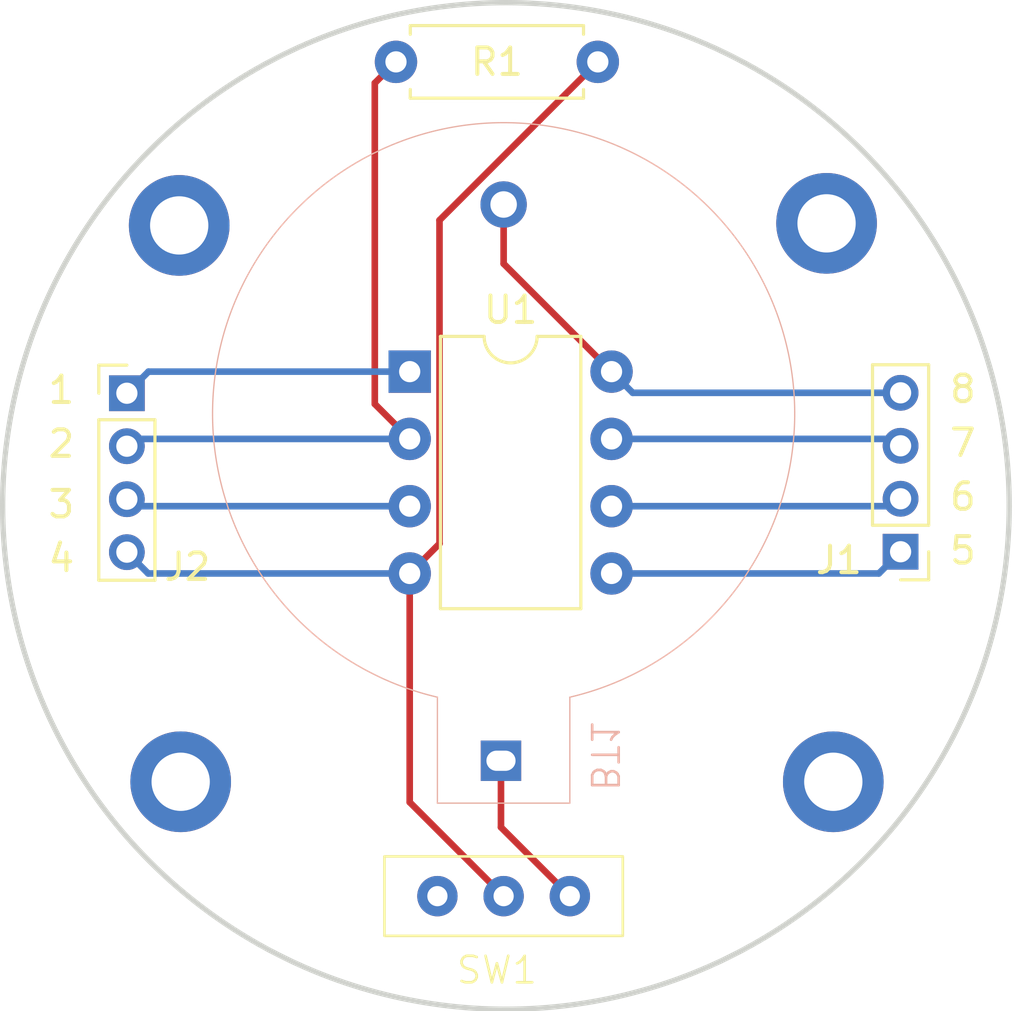
<source format=kicad_pcb>
(kicad_pcb (version 20221018) (generator pcbnew)
  (layers (0 "F.Cu" signal) (31 "B.Cu" signal) (34 "B.Paste" user) (35 "F.Paste" user) (36 "B.SilkS" user "B.Silkscreen") (37 "F.SilkS" user "F.Silkscreen") (38 "B.Mask" user) (39 "F.Mask" user) (44 "Edge.Cuts" user))
  (net 0 "")
  (net 1 "VCC")
  (net 2 "Net-(BT1--)")
  (net 3 "Net-(J1-Pin_1)")
  (net 4 "Net-(J1-Pin_2)")
  (net 5 "Net-(J1-Pin_3)")
  (net 6 "Net-(J2-Pin_1)")
  (net 7 "Net-(J2-Pin_2)")
  (net 8 "Net-(J2-Pin_3)")
  (net 10 "GND")
  (footprint "MountingHole:MountingHole_2.2mm_M2_DIN965_Pad" (layer "F.Cu") (at 117.856 95.504)
    (fp_text reference "H3" hide)
    (fp_text value "M2")
    (pad "1" thru_hole circle (at 0 0) (size 3.8 3.8) (drill 2.2) (layers "*.Cu" "*.Mask"))
  )
  (footprint "custom_library_footprint:spdt_simple" (layer "F.Cu") (at 126.548 99.822 -90)
    (fp_text reference "SW1" (at 2.794 -3.246 unlocked) (layer "F.SilkS") (effects (font (thickness 0.1))))
    (fp_text value "SW_SPDT")
    (fp_rect (start -1.5 -8) (end 1.5 1) (stroke (width 0.1)) (fill none) (layer "F.SilkS"))
    (pad "1" thru_hole circle (at 0 -6 270) (size 1.524 1.524) (drill 0.762) (layers "*.Cu" "*.Mask") (net 2 "Net-(BT1--)"))
    (pad "2" thru_hole circle (at 0 -3.5 270) (size 1.524 1.524) (drill 0.762) (layers "*.Cu" "*.Mask") (net 10 "GND"))
    (pad "3" thru_hole circle (at 0 -1 270) (size 1.524 1.524) (drill 0.762) (layers "*.Cu" "*.Mask"))
  )
  (footprint "Resistor_THT:R_Axial_DIN0207_L6.3mm_D2.5mm_P7.62mm_Horizontal" (layer "F.Cu") (at 125.984 68.326)
    (fp_text reference "R1" (at 3.81 0) (layer "F.SilkS"))
    (fp_text value "4.7k")
    (fp_line (start 0.54 -1.37) (end 7.08 -1.37) (stroke (width 0.12)) (layer "F.SilkS"))
    (fp_line (start 0.54 -1.04) (end 0.54 -1.37) (stroke (width 0.12)) (layer "F.SilkS"))
    (fp_line (start 0.54 1.04) (end 0.54 1.37) (stroke (width 0.12)) (layer "F.SilkS"))
    (fp_line (start 0.54 1.37) (end 7.08 1.37) (stroke (width 0.12)) (layer "F.SilkS"))
    (fp_line (start 7.08 -1.37) (end 7.08 -1.04) (stroke (width 0.12)) (layer "F.SilkS"))
    (fp_line (start 7.08 1.37) (end 7.08 1.04) (stroke (width 0.12)) (layer "F.SilkS"))
    (pad "1" thru_hole circle (at 0 0) (size 1.6 1.6) (drill 0.8) (layers "*.Cu" "*.Mask") (net 7 "Net-(J2-Pin_2)"))
    (pad "2" thru_hole oval (at 7.62 0) (size 1.6 1.6) (drill 0.8) (layers "*.Cu" "*.Mask") (net 10 "GND"))
  )
  (footprint "MountingHole:MountingHole_2.2mm_M2_DIN965_Pad" (layer "F.Cu") (at 117.8 74.5)
    (fp_text reference "H2" hide)
    (fp_text value "M2")
    (pad "1" thru_hole circle (at 0 0) (size 3.8 3.8) (drill 2.2) (layers "*.Cu" "*.Mask"))
  )
  (footprint "MountingHole:MountingHole_2.2mm_M2_DIN965_Pad" (layer "F.Cu") (at 142.494 95.504)
    (fp_text reference "H4" hide)
    (fp_text value "M2")
    (pad "1" thru_hole circle (at 0 0) (size 3.8 3.8) (drill 2.2) (layers "*.Cu" "*.Mask"))
  )
  (footprint "Connector_PinHeader_2.00mm:PinHeader_1x04_P2.00mm_Vertical" (layer "F.Cu") (at 145.034 86.82 180)
    (fp_text reference "J1" (at 2.33 -0.316) (layer "F.SilkS"))
    (fp_text value "Conn_01x04")
    (fp_line (start -1.06 -1.06) (end 0 -1.06) (stroke (width 0.12)) (layer "F.SilkS"))
    (fp_line (start -1.06 0) (end -1.06 -1.06) (stroke (width 0.12)) (layer "F.SilkS"))
    (fp_line (start -1.06 1) (end -1.06 7.06) (stroke (width 0.12)) (layer "F.SilkS"))
    (fp_line (start -1.06 1) (end 1.06 1) (stroke (width 0.12)) (layer "F.SilkS"))
    (fp_line (start -1.06 7.06) (end 1.06 7.06) (stroke (width 0.12)) (layer "F.SilkS"))
    (fp_line (start 1.06 1) (end 1.06 7.06) (stroke (width 0.12)) (layer "F.SilkS"))
    (pad "1" thru_hole rect (at 0 0 180) (size 1.35 1.35) (drill 0.8) (layers "*.Cu" "*.Mask") (net 3 "Net-(J1-Pin_1)"))
    (pad "2" thru_hole oval (at 0 2 180) (size 1.35 1.35) (drill 0.8) (layers "*.Cu" "*.Mask") (net 4 "Net-(J1-Pin_2)"))
    (pad "3" thru_hole oval (at 0 4 180) (size 1.35 1.35) (drill 0.8) (layers "*.Cu" "*.Mask") (net 5 "Net-(J1-Pin_3)"))
    (pad "4" thru_hole oval (at 0 6 180) (size 1.35 1.35) (drill 0.8) (layers "*.Cu" "*.Mask") (net 1 "VCC"))
  )
  (footprint "MountingHole:MountingHole_2.2mm_M2_DIN965_Pad" (layer "F.Cu") (at 142.24 74.422)
    (fp_text reference "H1" hide)
    (fp_text value "M2")
    (pad "1" thru_hole circle (at 0 0) (size 3.8 3.8) (drill 2.2) (layers "*.Cu" "*.Mask"))
  )
  (footprint "Connector_PinHeader_2.00mm:PinHeader_1x04_P2.00mm_Vertical" (layer "F.Cu") (at 115.824 80.836)
    (fp_text reference "J2" (at 2.286 6.556) (layer "F.SilkS"))
    (fp_text value "Conn_01x04")
    (fp_line (start -1.06 -1.06) (end 0 -1.06) (stroke (width 0.12)) (layer "F.SilkS"))
    (fp_line (start -1.06 0) (end -1.06 -1.06) (stroke (width 0.12)) (layer "F.SilkS"))
    (fp_line (start -1.06 1) (end -1.06 7.06) (stroke (width 0.12)) (layer "F.SilkS"))
    (fp_line (start -1.06 1) (end 1.06 1) (stroke (width 0.12)) (layer "F.SilkS"))
    (fp_line (start -1.06 7.06) (end 1.06 7.06) (stroke (width 0.12)) (layer "F.SilkS"))
    (fp_line (start 1.06 1) (end 1.06 7.06) (stroke (width 0.12)) (layer "F.SilkS"))
    (pad "1" thru_hole rect (at 0 0) (size 1.35 1.35) (drill 0.8) (layers "*.Cu" "*.Mask") (net 6 "Net-(J2-Pin_1)"))
    (pad "2" thru_hole oval (at 0 2) (size 1.35 1.35) (drill 0.8) (layers "*.Cu" "*.Mask") (net 7 "Net-(J2-Pin_2)"))
    (pad "3" thru_hole oval (at 0 4) (size 1.35 1.35) (drill 0.8) (layers "*.Cu" "*.Mask") (net 8 "Net-(J2-Pin_3)"))
    (pad "4" thru_hole oval (at 0 6) (size 1.35 1.35) (drill 0.8) (layers "*.Cu" "*.Mask") (net 10 "GND"))
  )
  (footprint "Package_DIP:DIP-8_W7.62mm" (layer "F.Cu") (at 126.502 80.02)
    (fp_text reference "U1" (at 3.81 -2.33) (layer "F.SilkS"))
    (fp_text value "ATtiny45-20P")
    (fp_line (start 1.16 -1.33) (end 1.16 8.95) (stroke (width 0.12)) (layer "F.SilkS"))
    (fp_line (start 1.16 8.95) (end 6.46 8.95) (stroke (width 0.12)) (layer "F.SilkS"))
    (fp_line (start 2.81 -1.33) (end 1.16 -1.33) (stroke (width 0.12)) (layer "F.SilkS"))
    (fp_line (start 6.46 -1.33) (end 4.81 -1.33) (stroke (width 0.12)) (layer "F.SilkS"))
    (fp_line (start 6.46 8.95) (end 6.46 -1.33) (stroke (width 0.12)) (layer "F.SilkS"))
    (fp_arc (start 4.81 -1.33) (mid 3.81 -0.33) (end 2.81 -1.33) (stroke (width 0.12)) (layer "F.SilkS"))
    (pad "1" thru_hole rect (at 0 0) (size 1.6 1.6) (drill 0.8) (layers "*.Cu" "*.Mask") (net 6 "Net-(J2-Pin_1)"))
    (pad "2" thru_hole oval (at 0 2.54) (size 1.6 1.6) (drill 0.8) (layers "*.Cu" "*.Mask") (net 7 "Net-(J2-Pin_2)"))
    (pad "3" thru_hole oval (at 0 5.08) (size 1.6 1.6) (drill 0.8) (layers "*.Cu" "*.Mask") (net 8 "Net-(J2-Pin_3)"))
    (pad "4" thru_hole oval (at 0 7.62) (size 1.6 1.6) (drill 0.8) (layers "*.Cu" "*.Mask") (net 10 "GND"))
    (pad "5" thru_hole oval (at 7.62 7.62) (size 1.6 1.6) (drill 0.8) (layers "*.Cu" "*.Mask") (net 3 "Net-(J1-Pin_1)"))
    (pad "6" thru_hole oval (at 7.62 5.08) (size 1.6 1.6) (drill 0.8) (layers "*.Cu" "*.Mask") (net 4 "Net-(J1-Pin_2)"))
    (pad "7" thru_hole oval (at 7.62 2.54) (size 1.6 1.6) (drill 0.8) (layers "*.Cu" "*.Mask") (net 5 "Net-(J1-Pin_3)"))
    (pad "8" thru_hole oval (at 7.62 0) (size 1.6 1.6) (drill 0.8) (layers "*.Cu" "*.Mask") (net 1 "VCC"))
  )
  (footprint "custom_library_footprint:coin_cell_holder" (layer "B.Cu") (at 130.048 81.710476 90)
    (fp_text reference "BT1" (at -12.8 3.8 270 unlocked) (layer "B.SilkS") (effects (font (thickness 0.1)) (justify mirror)))
    (fp_text value "Battery_Cell")
    (fp_line (start -14.6 2.5) (end -14.6 -2.5) (stroke (width 0.05)) (layer "B.SilkS"))
    (fp_line (start -10.6 -2.5) (end -14.6 -2.5) (stroke (width 0.05)) (layer "B.SilkS"))
    (fp_line (start -10.6 2.5) (end -14.6 2.5) (stroke (width 0.05)) (layer "B.SilkS"))
    (fp_arc (start -10.6 -2.5) (mid 11.089924 0) (end -10.6 2.5) (stroke (width 0.05)) (layer "B.SilkS"))
    (pad "1" thru_hole circle (at 8 0 90) (size 1.75 1.75) (drill 1) (layers "*.Cu" "*.Mask") (net 1 "VCC"))
    (pad "2" thru_hole rect (at -13 -0.1 90) (size 1.524 1.524) (drill oval 0.762 1.1) (layers "*.Cu" "*.Mask") (net 2 "Net-(BT1--)"))
  )
  (gr_circle (center 130.134543 85.09) (end 149.134543 85.09) (stroke (width 0.2)) (fill none) (layer "Edge.Cuts"))
  (gr_text "1" (at 112.776 81.296) (layer "F.SilkS") (effects (font (size 1 1)) (justify left bottom)))
  (gr_text "5" (at 146.812 87.36) (layer "F.SilkS") (effects (font (size 1 1)) (justify left bottom)))
  (gr_text "7" (at 146.812 83.296) (layer "F.SilkS") (effects (font (size 1 1)) (justify left bottom)))
  (gr_text "8" (at 146.812 81.264) (layer "F.SilkS") (effects (font (size 1 1)) (justify left bottom)))
  (gr_text "6" (at 146.812 85.328) (layer "F.SilkS") (effects (font (size 1 1)) (justify left bottom)))
  (gr_text "4" (at 112.776 87.646) (layer "F.SilkS") (effects (font (size 1 1)) (justify left bottom)))
  (gr_text "3" (at 112.776 85.614) (layer "F.SilkS") (effects (font (size 1 1)) (justify left bottom)))
  (gr_text "2" (at 112.776 83.328) (layer "F.SilkS") (effects (font (size 1 1)) (justify left bottom)))
  (segment (start 130.048 75.946) (end 134.122 80.02) (width 0.25) (layer "F.Cu") (net 1))
  (segment (start 130.048 73.710476) (end 130.048 75.946) (width 0.25) (layer "F.Cu") (net 1))
  (segment (start 145.034 80.82) (end 134.921999 80.819999) (width 0.25) (layer "B.Cu") (net 1))
  (segment (start 134.921999 80.819999) (end 134.122 80.02) (width 0.25) (layer "B.Cu") (net 1))
  (segment (start 129.948 97.222) (end 132.548 99.822) (width 0.25) (layer "F.Cu") (net 2))
  (segment (start 129.948 94.710476) (end 129.948 97.222) (width 0.25) (layer "F.Cu") (net 2))
  (segment (start 134.122 87.64) (end 144.214 87.64) (width 0.25) (layer "B.Cu") (net 3))
  (segment (start 144.214 87.64) (end 145.034 86.82) (width 0.25) (layer "B.Cu") (net 3))
  (segment (start 144.754 85.1) (end 145.034 84.82) (width 0.25) (layer "B.Cu") (net 4))
  (segment (start 134.122 85.1) (end 144.754 85.1) (width 0.25) (layer "B.Cu") (net 4))
  (segment (start 144.774 82.56) (end 145.034 82.82) (width 0.25) (layer "B.Cu") (net 5))
  (segment (start 134.122 82.56) (end 144.774 82.56) (width 0.25) (layer "B.Cu") (net 5))
  (segment (start 126.502 80.02) (end 116.64 80.02) (width 0.25) (layer "B.Cu") (net 6))
  (segment (start 116.64 80.02) (end 115.824 80.836) (width 0.25) (layer "B.Cu") (net 6))
  (segment (start 125.184001 69.125999) (end 125.184001 81.242001) (width 0.25) (layer "F.Cu") (net 7))
  (segment (start 125.184001 81.242001) (end 126.502 82.56) (width 0.25) (layer "F.Cu") (net 7))
  (segment (start 125.984 68.326) (end 125.184001 69.125999) (width 0.25) (layer "F.Cu") (net 7))
  (segment (start 126.502 82.56) (end 116.1 82.56) (width 0.25) (layer "B.Cu") (net 7))
  (segment (start 116.1 82.56) (end 115.824 82.836) (width 0.25) (layer "B.Cu") (net 7))
  (segment (start 126.502 85.1) (end 116.088 85.1) (width 0.25) (layer "B.Cu") (net 8))
  (segment (start 116.088 85.1) (end 115.824 84.836) (width 0.25) (layer "B.Cu") (net 8))
  (segment (start 126.502 96.276) (end 126.502 87.64) (width 0.25) (layer "F.Cu") (net 10))
  (segment (start 127.627 86.515) (end 126.502 87.64) (width 0.25) (layer "F.Cu") (net 10))
  (segment (start 127.627 74.303) (end 127.627 86.515) (width 0.25) (layer "F.Cu") (net 10))
  (segment (start 133.604 68.326) (end 127.627 74.303) (width 0.25) (layer "F.Cu") (net 10))
  (segment (start 130.048 99.822) (end 126.502 96.276) (width 0.25) (layer "F.Cu") (net 10))
  (segment (start 116.628 87.64) (end 115.824 86.836) (width 0.25) (layer "B.Cu") (net 10))
  (segment (start 126.502 87.64) (end 116.628 87.64) (width 0.25) (layer "B.Cu") (net 10))
)
</source>
